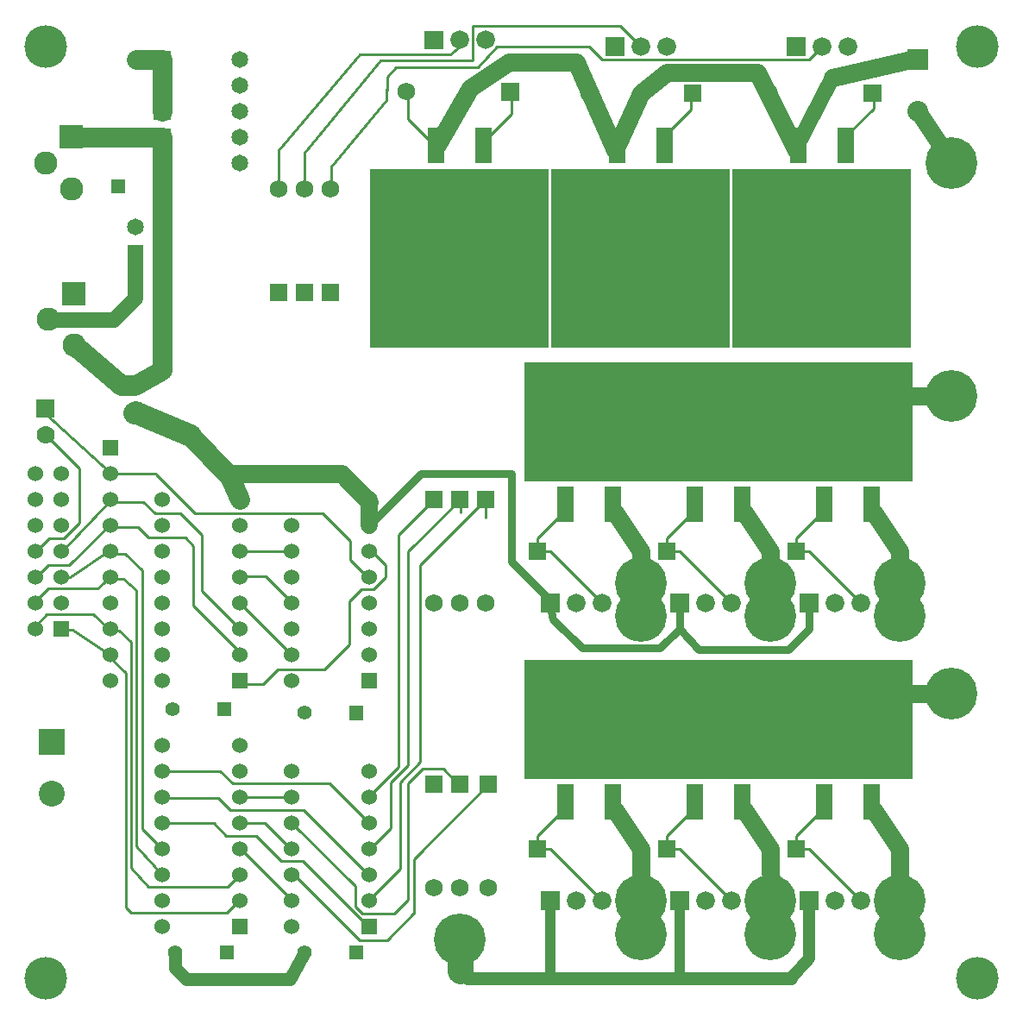
<source format=gtl>
G04 start of page 2 for group 0 idx 0 *
G04 Title: (unknown), top *
G04 Creator: pcb 20110918 *
G04 CreationDate: Mon 05 May 2014 14:06:19 GMT UTC *
G04 For: ksarkies *
G04 Format: Gerber/RS-274X *
G04 PCB-Dimensions: 390000 390000 *
G04 PCB-Coordinate-Origin: lower left *
%MOIN*%
%FSLAX25Y25*%
%LNTOP*%
%ADD39C,0.0590*%
%ADD38C,0.0280*%
%ADD37C,0.0380*%
%ADD36C,0.0420*%
%ADD35C,0.1240*%
%ADD34C,0.0840*%
%ADD33R,0.0630X0.0630*%
%ADD32R,0.4600X0.4600*%
%ADD31C,0.0550*%
%ADD30C,0.0900*%
%ADD29C,0.0680*%
%ADD28C,0.0040*%
%ADD27C,0.0720*%
%ADD26C,0.0730*%
%ADD25C,0.1650*%
%ADD24C,0.2000*%
%ADD23C,0.0001*%
%ADD22C,0.1000*%
%ADD21C,0.0450*%
%ADD20C,0.0500*%
%ADD19C,0.0400*%
%ADD18C,0.0300*%
%ADD17C,0.0850*%
%ADD16C,0.0800*%
%ADD15C,0.0750*%
%ADD14C,0.0600*%
%ADD13C,0.0100*%
%ADD12C,0.0650*%
%ADD11C,0.0700*%
G54D11*X352500Y370500D02*X319000Y363000D01*
G54D12*X362500Y334500D02*X352500Y349500D01*
G54D13*X335000Y356000D02*Y351000D01*
X324500Y340500D01*
X310000Y370000D02*X315000Y375000D01*
G54D14*X319000Y363000D02*X305000Y336000D01*
G54D13*X295500Y357000D02*Y349500D01*
X305000Y340000D01*
G54D11*Y335000D02*X290000Y365000D01*
X359000Y240000D02*X344000D01*
G54D15*X60000Y370000D02*Y350000D01*
Y340000D02*Y265000D01*
Y370000D02*X50000D01*
X60000Y340000D02*X25000D01*
G54D14*X49800Y277800D02*X41200Y269200D01*
X49800Y295000D02*Y277800D01*
G54D16*X44200Y244000D02*X25900Y259500D01*
G54D13*X16100Y269200D02*X15800Y269500D01*
G54D14*X41200Y269200D02*X16100D01*
G54D13*X105000Y320000D02*Y335000D01*
X136500Y372000D01*
X115000Y317500D02*Y334000D01*
X91000Y339500D02*X92000D01*
X125300Y320100D02*X125400Y328800D01*
X136500Y372000D02*X171500D01*
X175000Y375000D01*
X144500Y369500D02*X180000D01*
X150400Y366900D02*X182000Y367000D01*
X115000Y334000D02*X144500Y369500D01*
X125400Y328800D02*X146800Y354400D01*
X147000Y363400D01*
Y357900D01*
G54D11*X179000Y359000D02*X166500Y337000D01*
G54D13*X155000Y357000D02*Y347000D01*
X165000Y337000D01*
X147000Y363400D02*X150400Y366900D01*
X230000Y370000D02*X310000D01*
G54D11*X290000Y365000D02*X255000D01*
X245000Y357000D01*
X235000Y335000D01*
G54D13*X255000D03*
X264500Y356500D02*Y350500D01*
X254500Y340500D01*
X180000Y369500D02*Y383000D01*
X182000Y367000D02*X189500Y375000D01*
G54D11*X194000Y369000D02*X179000Y359000D01*
G54D13*X180000Y383000D02*X237000D01*
X189500Y375000D02*X225000D01*
G54D11*X220000Y369000D02*X194000D01*
G54D13*X237000Y383000D02*X245000Y375000D01*
X225000D02*X230000Y370000D01*
X225000Y357000D02*Y350500D01*
X235000Y340000D01*
G54D11*Y335000D02*X220000Y369000D01*
G54D13*X195000Y355000D02*Y349000D01*
X184000Y338000D01*
G54D15*X60000Y265000D02*Y250000D01*
X49200Y244000D01*
G54D16*X44200D01*
G54D17*X49900Y233800D02*X49500Y233400D01*
X50400Y233300D02*X71000Y224500D01*
G54D13*X40000Y210000D02*X57600D01*
X14500Y233500D02*X40500Y210000D01*
X28000Y212000D02*X15000Y225000D01*
X28000Y191000D02*Y212000D01*
G54D15*X90000Y200000D02*X86000Y209000D01*
G54D16*X71000Y224500D02*X86000Y209000D01*
G54D13*X57600Y210000D02*Y209800D01*
X72700Y194700D01*
X57200Y194500D02*X67000D01*
X40000Y139500D02*X42500D01*
X90100Y129800D02*X90400D01*
X72100Y158900D02*X91000Y140000D01*
X40100Y149300D02*X43200D01*
X25200Y149700D02*X40300Y139600D01*
X43200Y149300D02*X48000Y145000D01*
X40100Y139400D02*X39500D01*
X46000Y133000D01*
X40000Y190000D02*Y190500D01*
Y200000D02*X40500D01*
X24100Y174500D02*X40300Y190800D01*
X21000Y179500D02*X40000Y199500D01*
X22000Y185000D02*X28000Y191000D01*
X39900Y199100D02*X52600D01*
X57200Y194500D01*
X40400Y189200D02*X50600D01*
X54600Y185200D01*
X67000Y194500D02*X75200Y186300D01*
X54600Y185200D02*X69000D01*
X72100Y182100D01*
Y158900D01*
X90100Y159600D02*X90400D01*
X40400Y179100D02*X45800D01*
X52500Y172500D01*
X40100Y169400D02*X44900D01*
X50000Y165000D01*
X11500Y170100D02*X16000Y174500D01*
X24100D01*
X11500Y179500D02*Y180000D01*
X16500Y185000D01*
X22000D01*
X11300Y161000D02*X16000Y165500D01*
X11500Y151300D02*X15500Y155500D01*
X16000Y165500D02*X35000D01*
X15500Y155500D02*X33500D01*
X20800Y149700D02*X25200D01*
X35000Y165500D02*X40100Y169900D01*
X33500Y155500D02*X39800Y149800D01*
X21600Y169900D02*X24300D01*
X39800Y180400D01*
X295000Y172500D02*Y180000D01*
G54D11*Y172500D01*
G54D18*X260000Y159000D02*Y150000D01*
X252500Y142500D02*X260000Y150000D01*
G54D13*X255000Y180000D02*X260000D01*
X280000Y160000D01*
G54D11*X235000Y195000D02*X245000Y180000D01*
G54D13*X255000D02*Y185000D01*
X265000Y195000D01*
G54D18*X222500Y142500D02*X252500D01*
X260000Y150000D02*X267500Y142000D01*
X302000D01*
X310000Y150000D01*
Y159500D01*
G54D11*X245000Y167500D02*Y180000D01*
Y45000D02*Y65000D01*
G54D13*X260000D02*X280000Y45000D01*
X210000Y65000D02*X230000Y45000D01*
G54D19*X260000D02*Y15000D01*
G54D11*X295500Y45000D02*X295000Y65000D01*
G54D13*X205000D02*X210000D01*
G54D19*Y45000D02*Y15000D01*
G54D13*X255000Y65000D02*Y70000D01*
X265000Y80000D01*
X305000Y65000D02*Y70000D01*
G54D20*X303000Y15000D02*X178000D01*
G54D21*X310000Y22500D02*X303000Y15000D01*
G54D11*X345000Y45500D02*Y65000D01*
X335000Y80000D01*
G54D13*X305000Y70000D02*X315000Y80000D01*
G54D11*X295000Y65000D02*X285000Y80000D01*
X245000Y65000D02*X235000Y80000D01*
G54D13*X255000Y65000D02*X260000D01*
X305000D02*X310000D01*
X330000Y45000D02*X310000Y65000D01*
X305000D01*
G54D21*X310000Y45000D02*Y22500D01*
G54D11*X345000Y172500D02*Y180000D01*
X335000Y195000D01*
G54D13*X310000Y180000D02*X330000Y160000D01*
G54D11*X295000Y180000D02*X285000Y195000D01*
G54D13*X305000Y180000D02*X310000D01*
X305000D02*Y185000D01*
X315000Y195000D01*
G54D11*X360000Y125000D02*X345000D01*
X85500Y210000D02*X129500D01*
G54D13*X72700Y194700D02*X122000D01*
X112000Y140000D02*X110500D01*
Y159000D02*X111000D01*
X90400Y159600D02*X110300Y139700D01*
X110200D01*
X110000Y139900D01*
G54D11*X129500Y210000D02*X140000Y199000D01*
G54D12*Y200000D02*Y190000D01*
G54D13*X122000Y194700D02*X132600Y184100D01*
Y176800D01*
X140300Y169100D01*
X90200Y180100D02*X110500D01*
X90200Y170200D02*X100000D01*
X110200Y160000D01*
X132400Y144000D02*Y160800D01*
X137000Y165400D01*
X141800D01*
G54D18*X140000Y190000D02*X160000Y210000D01*
G54D13*X151500Y186400D02*X164600Y199500D01*
X141800Y165400D02*X146300Y169900D01*
Y174700D01*
X140800Y180200D01*
X75200Y186300D02*Y164700D01*
X90200Y149700D01*
G54D18*X195000Y210000D02*Y176000D01*
G54D13*X205000Y180000D02*X210000D01*
X205000D02*Y185000D01*
X215000Y195000D01*
X210000Y180000D02*X230000Y160000D01*
G54D18*X195000Y176000D02*X208500Y162500D01*
X209500Y161000D02*X211000Y153500D01*
X222500Y142500D01*
X160000Y210000D02*X195000D01*
G54D13*X175500Y199500D02*Y195000D01*
X185000Y198000D02*Y193000D01*
X155100Y179900D02*X174900Y199700D01*
X159700Y174700D02*X184400Y199400D01*
X205000Y65000D02*Y70000D01*
X215000Y80000D01*
X160700Y96000D02*X168600D01*
X174800Y89800D01*
X157300Y60900D02*X187100Y90900D01*
X140500Y84000D02*Y84500D01*
X139800Y64400D02*X148400Y73000D01*
Y90600D01*
X124700Y90200D02*X140200Y74700D01*
X114800Y80000D02*X140000Y54800D01*
X140700Y84500D02*Y84700D01*
Y84900D02*Y86000D01*
X151500Y96800D01*
X148400Y90600D02*X155100Y97300D01*
X154900Y90200D02*X160700Y96000D01*
X152000Y57200D02*Y90800D01*
X159700Y98500D01*
G54D20*X65000Y19000D02*X69500Y14500D01*
X65000Y24000D02*Y19000D01*
G54D13*X114500Y60300D02*X140000Y34800D01*
G54D20*X109500Y14500D02*X115000Y25000D01*
G54D13*X110000Y54500D02*X111500D01*
X136300Y29700D01*
X147000D01*
X134600Y42700D02*X137300Y40000D01*
X147000Y29700D02*X157300Y40200D01*
G54D22*X175000Y30000D02*X175500Y17500D01*
G54D13*X137300Y40000D02*X149600D01*
X154900Y45300D01*
X157300Y40100D02*Y60900D01*
X140100Y45300D02*X152000Y57200D01*
X50000Y66000D02*X60500Y54800D01*
X60300Y54600D01*
X48000Y145000D02*Y57500D01*
X54600Y50400D01*
X85500D01*
X47900Y40300D02*X85000D01*
X90100Y45400D01*
X46000Y133000D02*Y42300D01*
X47900Y40300D01*
X52500Y172500D02*Y72500D01*
X50000Y165000D02*Y66000D01*
X59900Y95000D02*X82400D01*
X87200Y90200D01*
X60100Y84700D02*X81700D01*
X86400Y80000D01*
X52500Y72500D02*X59900Y65000D01*
G54D20*X69500Y14500D02*X109500D01*
G54D13*X89900Y74900D02*X99700D01*
X86400Y80000D02*X114800D01*
X60500Y74900D02*X80000D01*
X110100Y75300D02*X111300D01*
X99700Y74900D02*X110000Y64600D01*
X96200Y70100D02*X106000Y60300D01*
X114500D01*
X110200Y74800D02*X110300D01*
X109500Y85000D02*X108500D01*
X110000D02*X108000D01*
X109500Y84000D02*X109000D01*
X60000Y94500D02*X60500D01*
X90100Y84900D02*X110400D01*
X87200Y90200D02*X124700D01*
X90300Y65400D02*Y65000D01*
X80000Y74900D02*X84800Y70100D01*
X96200D01*
X85500Y50400D02*X89500Y54400D01*
X90300Y65000D02*X110000Y45300D01*
X90200Y128600D02*X99100D01*
X104800Y134300D01*
X122700D01*
X132400Y144000D01*
X151500Y96800D02*Y186400D01*
X155100Y97300D02*Y179900D01*
X110700Y94900D02*Y95800D01*
X110300Y74800D02*X134600Y50500D01*
Y42700D01*
X154900Y45300D02*Y90200D01*
X140100Y43200D02*Y45300D01*
X159700Y98500D02*Y174700D01*
G54D23*G36*
X348000Y374000D02*Y366000D01*
X356000D01*
Y374000D01*
X348000D01*
G37*
G54D16*X352000Y350000D03*
G54D24*X365000Y330000D03*
G54D25*X375000Y375000D03*
G54D24*X365000Y240000D03*
G54D23*G36*
X301400Y378600D02*Y371400D01*
X308600D01*
Y378600D01*
X301400D01*
G37*
G54D26*X294500Y357000D03*
G54D27*X315000Y375000D03*
X325000D03*
G54D23*G36*
X331100Y360400D02*Y353600D01*
X337900D01*
Y360400D01*
X331100D01*
G37*
G54D28*X305000Y240000D03*
X295000D03*
Y285000D03*
X345000Y240000D03*
X335000Y285000D03*
G54D25*X375000Y15000D03*
G54D24*X345000Y32000D03*
Y45000D03*
G54D27*X270000D03*
X280000D03*
G54D23*G36*
X306400Y48600D02*Y41400D01*
X313600D01*
Y48600D01*
X306400D01*
G37*
G54D27*X320000Y45000D03*
X330000D03*
G54D24*X295000Y32000D03*
Y45000D03*
G54D29*Y65000D03*
G54D27*X270000Y160000D03*
X280000D03*
G54D23*G36*
X306400Y163600D02*Y156400D01*
X313600D01*
Y163600D01*
X306400D01*
G37*
G54D27*X320000Y160000D03*
X330000D03*
G54D24*X365000Y125000D03*
X345000Y155000D03*
Y167500D03*
G54D28*Y125000D03*
G54D29*Y180000D03*
G54D23*G36*
X301600Y68400D02*Y61600D01*
X308400D01*
Y68400D01*
X301600D01*
G37*
G54D29*X345000Y65000D03*
G54D24*X295000Y155000D03*
Y167500D03*
G54D28*X305000Y125000D03*
X295000D03*
G54D23*G36*
X301600Y183400D02*Y176600D01*
X308400D01*
Y183400D01*
X301600D01*
G37*
G54D29*X295000Y180000D03*
G54D14*X21000Y200000D03*
Y210000D03*
X40000D03*
Y200000D03*
X11000D03*
Y210000D03*
G54D23*G36*
X11500Y238500D02*Y231500D01*
X18500D01*
Y238500D01*
X11500D01*
G37*
G54D11*X15000Y225000D03*
G54D23*G36*
X46200Y247000D02*Y241000D01*
X52200D01*
Y247000D01*
X46200D01*
G37*
G54D14*X49200Y234000D03*
G54D23*G36*
X37000Y223000D02*Y217000D01*
X43000D01*
Y223000D01*
X37000D01*
G37*
G36*
X21400Y284000D02*Y275000D01*
X30400D01*
Y284000D01*
X21400D01*
G37*
G54D30*X15900Y269500D03*
X25900Y259500D03*
G54D23*G36*
X56750Y363250D02*Y356750D01*
X63250D01*
Y363250D01*
X56750D01*
G37*
G54D14*X50000Y370000D03*
G54D23*G36*
X56750Y353250D02*Y346750D01*
X63250D01*
Y353250D01*
X56750D01*
G37*
G36*
Y373250D02*Y366750D01*
X63250D01*
Y373250D01*
X56750D01*
G37*
G36*
X47000Y343000D02*Y337000D01*
X53000D01*
Y343000D01*
X47000D01*
G37*
G36*
X46700Y298200D02*Y292200D01*
X52700D01*
Y298200D01*
X46700D01*
G37*
G54D12*X49700Y305200D03*
G54D23*G36*
X56750Y333250D02*Y326750D01*
X63250D01*
Y333250D01*
X56750D01*
G37*
G36*
Y343250D02*Y336750D01*
X63250D01*
Y343250D01*
X56750D01*
G37*
G54D31*X43000Y341000D03*
G54D25*X15000Y375000D03*
G54D23*G36*
X20500Y344500D02*Y335500D01*
X29500D01*
Y344500D01*
X20500D01*
G37*
G54D30*X15000Y330000D03*
X25000Y320000D03*
G54D23*G36*
X40250Y323750D02*Y318250D01*
X45750D01*
Y323750D01*
X40250D01*
G37*
G54D24*X175000Y30000D03*
G54D23*G36*
X206400Y48600D02*Y41400D01*
X213600D01*
Y48600D01*
X206400D01*
G37*
G54D29*X175000Y50000D03*
X186000D03*
G54D24*X245000Y32000D03*
Y45000D03*
G54D27*X220000D03*
X230000D03*
G54D23*G36*
X256400Y48600D02*Y41400D01*
X263600D01*
Y48600D01*
X256400D01*
G37*
G36*
X201600Y68400D02*Y61600D01*
X208400D01*
Y68400D01*
X201600D01*
G37*
G54D29*X245000Y65000D03*
G54D23*G36*
X251600Y68400D02*Y61600D01*
X258400D01*
Y68400D01*
X251600D01*
G37*
G54D29*X165000Y50000D03*
G54D24*X245000Y155000D03*
Y167500D03*
G54D27*X230000Y160000D03*
G54D28*X245000Y125000D03*
G54D23*G36*
X251600Y183400D02*Y176600D01*
X258400D01*
Y183400D01*
X251600D01*
G37*
G54D29*X245000Y180000D03*
G54D23*G36*
X256400Y163600D02*Y156400D01*
X263600D01*
Y163600D01*
X256400D01*
G37*
G54D28*X255000Y125000D03*
Y240000D03*
G54D23*G36*
X206400Y163600D02*Y156400D01*
X213600D01*
Y163600D01*
X206400D01*
G37*
G54D27*X220000Y160000D03*
G54D28*X205000Y125000D03*
G54D23*G36*
X201600Y183400D02*Y176600D01*
X208400D01*
Y183400D01*
X201600D01*
G37*
G54D28*X205000Y240000D03*
X245000D03*
G54D23*G36*
X181600Y203400D02*Y196600D01*
X188400D01*
Y203400D01*
X181600D01*
G37*
G36*
X171600D02*Y196600D01*
X178400D01*
Y203400D01*
X171600D01*
G37*
G36*
X161600D02*Y196600D01*
X168400D01*
Y203400D01*
X161600D01*
G37*
G54D29*X185000Y160000D03*
X175000D03*
X165000D03*
G54D14*X140000Y150000D03*
Y160000D03*
Y170000D03*
Y180000D03*
Y190000D03*
X110000D03*
Y180000D03*
Y170000D03*
Y160000D03*
Y150000D03*
Y140000D03*
Y130000D03*
G54D23*G36*
X171600Y93400D02*Y86600D01*
X178400D01*
Y93400D01*
X171600D01*
G37*
G36*
X137000Y133000D02*Y127000D01*
X143000D01*
Y133000D01*
X137000D01*
G37*
G54D14*X140000Y95000D03*
G54D23*G36*
X182600Y93400D02*Y86600D01*
X189400D01*
Y93400D01*
X182600D01*
G37*
G36*
X161600D02*Y86600D01*
X168400D01*
Y93400D01*
X161600D01*
G37*
G36*
X132250Y120250D02*Y114750D01*
X137750D01*
Y120250D01*
X132250D01*
G37*
G54D14*X140000Y140000D03*
Y75000D03*
Y85000D03*
X110000Y95000D03*
G54D31*X115000Y117500D03*
G54D14*X110000Y85000D03*
Y75000D03*
G54D23*G36*
X132250Y27750D02*Y22250D01*
X137750D01*
Y27750D01*
X132250D01*
G37*
G54D31*X115000Y25000D03*
G54D23*G36*
X137000Y38000D02*Y32000D01*
X143000D01*
Y38000D01*
X137000D01*
G37*
G54D14*X140000Y45000D03*
Y55000D03*
Y65000D03*
X110000D03*
Y55000D03*
Y45000D03*
Y35000D03*
G54D12*X90000Y360000D03*
G54D23*G36*
X161400Y381100D02*Y373900D01*
X168600D01*
Y381100D01*
X161400D01*
G37*
G54D12*X90000Y370000D03*
G54D29*X154500Y357500D03*
G54D23*G36*
X101600Y283400D02*Y276600D01*
X108400D01*
Y283400D01*
X101600D01*
G37*
G54D29*X105000Y320000D03*
G54D23*G36*
X111600Y283400D02*Y276600D01*
X118400D01*
Y283400D01*
X111600D01*
G37*
G54D29*X115000Y320000D03*
G54D23*G36*
X121600Y283400D02*Y276600D01*
X128400D01*
Y283400D01*
X121600D01*
G37*
G54D29*X125000Y320000D03*
G54D12*X90000Y350000D03*
Y330000D03*
Y340000D03*
G54D28*X155000Y285000D03*
X265000D03*
G54D23*G36*
X261600Y360400D02*Y353600D01*
X268400D01*
Y360400D01*
X261600D01*
G37*
G54D27*X175000Y377500D03*
X185000D03*
G54D23*G36*
X231400Y378600D02*Y371400D01*
X238600D01*
Y378600D01*
X231400D01*
G37*
G54D27*X245000Y375000D03*
X255000D03*
G54D28*X225000Y285000D03*
X195000D03*
G54D23*G36*
X191100Y360900D02*Y354100D01*
X197900D01*
Y360900D01*
X191100D01*
G37*
G54D29*X225000Y357000D03*
G54D14*X21000Y170000D03*
X11000D03*
X21000Y180000D03*
X11000D03*
G54D23*G36*
X18000Y153000D02*Y147000D01*
X24000D01*
Y153000D01*
X18000D01*
G37*
G54D14*X11000Y150000D03*
X21000Y160000D03*
X11000D03*
Y190000D03*
G54D25*X15000Y15000D03*
G54D23*G36*
X12500Y111300D02*Y101300D01*
X22500D01*
Y111300D01*
X12500D01*
G37*
G54D22*X17500Y86300D03*
G54D23*G36*
X87000Y38000D02*Y32000D01*
X93000D01*
Y38000D01*
X87000D01*
G37*
G36*
X82250Y27750D02*Y22250D01*
X87750D01*
Y27750D01*
X82250D01*
G37*
G54D14*X90000Y45000D03*
Y55000D03*
Y65000D03*
Y75000D03*
X60000Y65000D03*
Y55000D03*
Y45000D03*
Y35000D03*
G54D31*X65000Y25000D03*
G54D14*X21000Y190000D03*
X40000D03*
Y180000D03*
Y170000D03*
Y160000D03*
Y150000D03*
Y140000D03*
X60000Y200000D03*
Y190000D03*
Y180000D03*
Y170000D03*
Y160000D03*
Y150000D03*
Y140000D03*
X40000Y130000D03*
G54D23*G36*
X87000Y133000D02*Y127000D01*
X93000D01*
Y133000D01*
X87000D01*
G37*
G54D14*X90000Y140000D03*
Y150000D03*
Y160000D03*
Y170000D03*
Y180000D03*
Y190000D03*
Y200000D03*
X60000Y130000D03*
X90000Y85000D03*
Y95000D03*
X60000D03*
Y85000D03*
Y75000D03*
X90000Y105000D03*
X60000D03*
G54D23*G36*
X81250Y121750D02*Y116250D01*
X86750D01*
Y121750D01*
X81250D01*
G37*
G54D31*X64000Y119000D03*
G54D32*X323000Y230000D02*X327000D01*
G54D33*X334055Y201889D02*Y194400D01*
X315945Y201889D02*Y194400D01*
G54D32*X273000Y230000D02*X277000D01*
G54D33*X284055Y201889D02*Y194400D01*
X265945Y201889D02*Y194400D01*
G54D32*X223000Y230000D02*X227000D01*
G54D33*X234055Y201889D02*Y194400D01*
X215945Y201889D02*Y194400D01*
G54D23*G36*
X280500Y327500D02*Y258500D01*
X349500D01*
Y327500D01*
X280500D01*
G37*
G36*
X210500D02*Y258500D01*
X279500D01*
Y327500D01*
X210500D01*
G37*
G36*
X140500D02*Y258500D01*
X209500D01*
Y327500D01*
X140500D01*
G37*
G54D33*X305945Y340600D02*Y333111D01*
X235945Y340600D02*Y333111D01*
X254055Y340600D02*Y333111D01*
X165945Y340600D02*Y333111D01*
X184055Y340600D02*Y333111D01*
X324055Y340600D02*Y333111D01*
G54D32*X323000Y115000D02*X327000D01*
G54D33*X334055Y86889D02*Y79400D01*
X315945Y86889D02*Y79400D01*
G54D32*X273000Y115000D02*X277000D01*
X223000D02*X227000D01*
G54D33*X284055Y86889D02*Y79400D01*
X265945Y86889D02*Y79400D01*
X234055Y86889D02*Y79400D01*
X215945Y86889D02*Y79400D01*
G54D19*G54D34*G54D35*G54D34*G54D36*G54D37*G54D36*G54D37*G54D19*G54D35*G54D34*G54D36*G54D34*G54D37*G54D36*G54D34*G54D19*G54D37*G54D34*G54D19*G54D37*G54D38*G54D37*G54D38*G54D18*G54D38*G54D14*G54D19*G54D18*G54D19*G54D18*G54D35*G54D14*G54D18*G54D34*G54D36*G54D37*G54D34*G54D36*G54D37*G54D34*G54D36*G54D19*G54D37*G54D36*G54D19*G54D36*G54D19*G54D37*G54D19*G54D37*G54D38*G54D37*G54D38*G54D37*G54D18*G54D38*G54D18*G54D38*G54D18*G54D38*G54D19*G54D36*G54D19*G54D37*G54D19*G54D37*G54D36*G54D19*G54D37*G54D35*G54D39*G54D38*G54D18*G54D38*G54D18*G54D37*G54D38*G54D18*M02*

</source>
